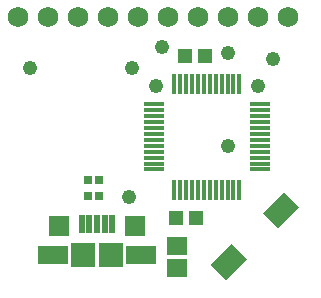
<source format=gts>
G75*
%MOIN*%
%OFA0B0*%
%FSLAX25Y25*%
%IPPOS*%
%LPD*%
%AMOC8*
5,1,8,0,0,1.08239X$1,22.5*
%
%ADD10R,0.05131X0.04737*%
%ADD11R,0.02375X0.06115*%
%ADD12R,0.07887X0.07887*%
%ADD13R,0.09855X0.05918*%
%ADD14R,0.07099X0.07099*%
%ADD15R,0.06706X0.05918*%
%ADD16R,0.09855X0.07099*%
%ADD17R,0.02769X0.02769*%
%ADD18R,0.06706X0.01600*%
%ADD19R,0.01600X0.06706*%
%ADD20C,0.06800*%
%ADD21C,0.04800*%
D10*
X0091154Y0047500D03*
X0097846Y0047500D03*
X0100846Y0101500D03*
X0094154Y0101500D03*
D11*
X0070018Y0045642D03*
X0067459Y0045642D03*
X0064900Y0045642D03*
X0062341Y0045642D03*
X0059782Y0045642D03*
D12*
X0060372Y0035209D03*
X0069428Y0035209D03*
D13*
X0050136Y0035209D03*
X0079664Y0035209D03*
D14*
X0077498Y0044795D03*
X0052302Y0044795D03*
D15*
X0091500Y0038240D03*
X0091500Y0030760D03*
D16*
G36*
X0114724Y0033705D02*
X0107757Y0026738D01*
X0102738Y0031757D01*
X0109705Y0038724D01*
X0114724Y0033705D01*
G37*
G36*
X0132262Y0051243D02*
X0125295Y0044276D01*
X0120276Y0049295D01*
X0127243Y0056262D01*
X0132262Y0051243D01*
G37*
D17*
X0065669Y0054744D03*
X0061731Y0054744D03*
X0061731Y0060256D03*
X0065669Y0060256D03*
D18*
X0083783Y0063673D03*
X0083783Y0065642D03*
X0083783Y0067610D03*
X0083783Y0069579D03*
X0083783Y0071547D03*
X0083783Y0073516D03*
X0083783Y0075484D03*
X0083783Y0077453D03*
X0083783Y0079421D03*
X0083783Y0081390D03*
X0083783Y0083358D03*
X0083783Y0085327D03*
X0119217Y0085327D03*
X0119217Y0083358D03*
X0119217Y0081390D03*
X0119217Y0079421D03*
X0119217Y0077453D03*
X0119217Y0075484D03*
X0119217Y0073516D03*
X0119217Y0071547D03*
X0119217Y0069579D03*
X0119217Y0067610D03*
X0119217Y0065642D03*
X0119217Y0063673D03*
D19*
X0112327Y0056783D03*
X0110358Y0056783D03*
X0108390Y0056783D03*
X0106421Y0056783D03*
X0104453Y0056783D03*
X0102484Y0056783D03*
X0100516Y0056783D03*
X0098547Y0056783D03*
X0096579Y0056783D03*
X0094610Y0056783D03*
X0092642Y0056783D03*
X0090673Y0056783D03*
X0090673Y0092217D03*
X0092642Y0092217D03*
X0094610Y0092217D03*
X0096579Y0092217D03*
X0098547Y0092217D03*
X0100516Y0092217D03*
X0102484Y0092217D03*
X0104453Y0092217D03*
X0106421Y0092217D03*
X0108390Y0092217D03*
X0110358Y0092217D03*
X0112327Y0092217D03*
D20*
X0108500Y0114500D03*
X0118500Y0114500D03*
X0128500Y0114500D03*
X0098500Y0114500D03*
X0088500Y0114500D03*
X0078500Y0114500D03*
X0068500Y0114500D03*
X0058500Y0114500D03*
X0048500Y0114500D03*
X0038500Y0114500D03*
D21*
X0042500Y0097500D03*
X0076500Y0097500D03*
X0084500Y0091500D03*
X0086500Y0104500D03*
X0108500Y0102500D03*
X0118500Y0091500D03*
X0123500Y0100500D03*
X0108500Y0071500D03*
X0075500Y0054500D03*
M02*

</source>
